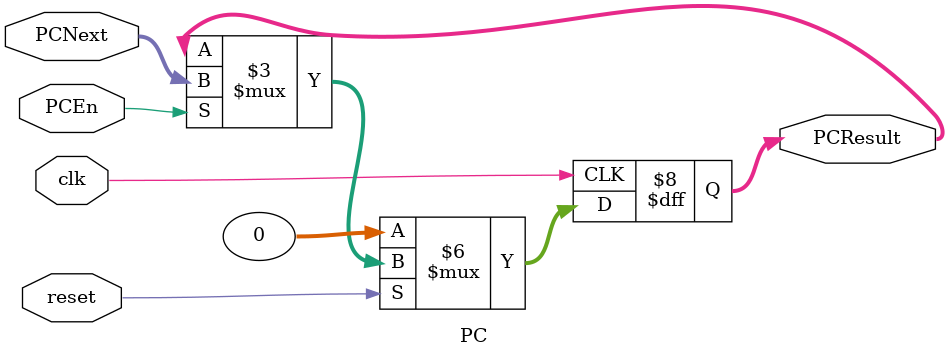
<source format=sv>

module PC (PCNext, PCResult, reset, clk,PCEn);
  
    input               reset;                  // Reset: 1-Bit input control signal.
    input               clk;                    // Clk: 1-Bit input clock signal.
    input               PCEn;                // PCEn: 1-Bit input write enable.
  
    input       [31:0]  PCNext;                 // Address: 32-Bit address input port.

    output reg  [31:0]  PCResult;               // PCResult: 32-Bit registered output port.

  
    always @(posedge clk)
    begin
      
      if (!reset)PCResult <= 32'h00000000;           // INITIALIZE OUTPUT IN ZERO

      else if (PCEn)PCResult <= PCNext;             // ASSIGN THE INPUT VALUE TO OUTPUT

    end

endmodule
</source>
